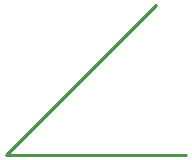
<source format=gbr>
G04 #@! TF.GenerationSoftware,KiCad,Pcbnew,5.0.1+dfsg1-3*
G04 #@! TF.CreationDate,2019-01-26T23:56:17-05:00*
G04 #@! TF.ProjectId,sharp_corner,73686172705F636F726E65722E6B6963,rev?*
G04 #@! TF.SameCoordinates,Original*
G04 #@! TF.FileFunction,Copper,L2,Bot,Signal*
G04 #@! TF.FilePolarity,Positive*
%FSLAX46Y46*%
G04 Gerber Fmt 4.6, Leading zero omitted, Abs format (unit mm)*
G04 Created by KiCad (PCBNEW 5.0.1+dfsg1-3) date Sat 26 Jan 2019 11:56:17 PM EST*
%MOMM*%
%LPD*%
G01*
G04 APERTURE LIST*
G04 #@! TA.AperFunction,Conductor*
%ADD10C,0.250000*%
G04 #@! TD*
G04 APERTURE END LIST*
D10*
G04 #@! TO.N,*
X153670000Y-106680000D02*
X138430000Y-106680000D01*
X138430000Y-106680000D02*
X151130000Y-93980000D01*
G04 #@! TD*
M02*

</source>
